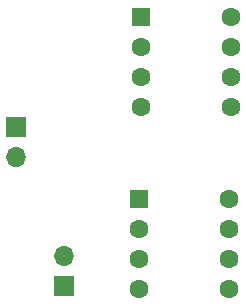
<source format=gbr>
%TF.GenerationSoftware,KiCad,Pcbnew,9.0.5*%
%TF.CreationDate,2025-11-22T01:39:54+01:00*%
%TF.ProjectId,AstableMonostable_NE555,41737461-626c-4654-9d6f-6e6f73746162,rev?*%
%TF.SameCoordinates,PX57a4860PY69925e0*%
%TF.FileFunction,Soldermask,Bot*%
%TF.FilePolarity,Negative*%
%FSLAX46Y46*%
G04 Gerber Fmt 4.6, Leading zero omitted, Abs format (unit mm)*
G04 Created by KiCad (PCBNEW 9.0.5) date 2025-11-22 01:39:54*
%MOMM*%
%LPD*%
G01*
G04 APERTURE LIST*
G04 Aperture macros list*
%AMRoundRect*
0 Rectangle with rounded corners*
0 $1 Rounding radius*
0 $2 $3 $4 $5 $6 $7 $8 $9 X,Y pos of 4 corners*
0 Add a 4 corners polygon primitive as box body*
4,1,4,$2,$3,$4,$5,$6,$7,$8,$9,$2,$3,0*
0 Add four circle primitives for the rounded corners*
1,1,$1+$1,$2,$3*
1,1,$1+$1,$4,$5*
1,1,$1+$1,$6,$7*
1,1,$1+$1,$8,$9*
0 Add four rect primitives between the rounded corners*
20,1,$1+$1,$2,$3,$4,$5,0*
20,1,$1+$1,$4,$5,$6,$7,0*
20,1,$1+$1,$6,$7,$8,$9,0*
20,1,$1+$1,$8,$9,$2,$3,0*%
G04 Aperture macros list end*
%ADD10R,1.700000X1.700000*%
%ADD11O,1.700000X1.700000*%
%ADD12RoundRect,0.250000X-0.550000X-0.550000X0.550000X-0.550000X0.550000X0.550000X-0.550000X0.550000X0*%
%ADD13C,1.600000*%
G04 APERTURE END LIST*
D10*
%TO.C,J2*%
X6600000Y11125000D03*
D11*
X6600000Y13665000D03*
%TD*%
D12*
%TO.C,U2*%
X12980000Y18440000D03*
D13*
X12980000Y15900000D03*
X12980000Y13360000D03*
X12980000Y10820000D03*
X20600000Y10820000D03*
X20600000Y13360000D03*
X20600000Y15900000D03*
X20600000Y18440000D03*
%TD*%
D12*
%TO.C,U1*%
X13090000Y33910000D03*
D13*
X13090000Y31370000D03*
X13090000Y28830000D03*
X13090000Y26290000D03*
X20710000Y26290000D03*
X20710000Y28830000D03*
X20710000Y31370000D03*
X20710000Y33910000D03*
%TD*%
D10*
%TO.C,J1*%
X2525000Y24550000D03*
D11*
X2525000Y22010000D03*
%TD*%
M02*

</source>
